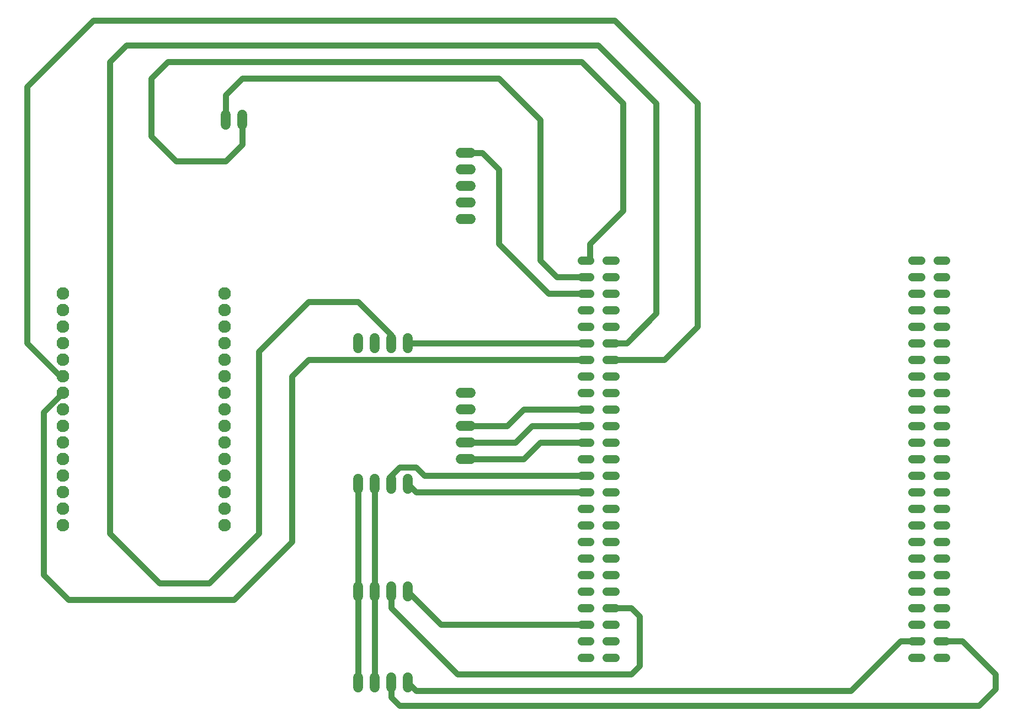
<source format=gbr>
G04 EAGLE Gerber RS-274X export*
G75*
%MOMM*%
%FSLAX34Y34*%
%LPD*%
%INTop Copper*%
%IPPOS*%
%AMOC8*
5,1,8,0,0,1.08239X$1,22.5*%
G01*
%ADD10C,1.308000*%
%ADD11C,1.524000*%
%ADD12C,1.930400*%
%ADD13C,0.889000*%


D10*
X901700Y88900D02*
X888620Y88900D01*
X927100Y88900D02*
X940180Y88900D01*
X901700Y114300D02*
X888620Y114300D01*
X927100Y114300D02*
X940180Y114300D01*
X901700Y139700D02*
X888620Y139700D01*
X927100Y139700D02*
X940180Y139700D01*
X901700Y165100D02*
X888620Y165100D01*
X927100Y165100D02*
X940180Y165100D01*
X901700Y190500D02*
X888620Y190500D01*
X927100Y190500D02*
X940180Y190500D01*
X901700Y215900D02*
X888620Y215900D01*
X927100Y215900D02*
X940180Y215900D01*
X901700Y241300D02*
X888620Y241300D01*
X927100Y241300D02*
X940180Y241300D01*
X901700Y266700D02*
X888620Y266700D01*
X927100Y266700D02*
X940180Y266700D01*
X901700Y292100D02*
X888620Y292100D01*
X927100Y292100D02*
X940180Y292100D01*
X901700Y317500D02*
X888620Y317500D01*
X927100Y317500D02*
X940180Y317500D01*
X901700Y342900D02*
X888620Y342900D01*
X927100Y342900D02*
X940180Y342900D01*
X901700Y368300D02*
X888620Y368300D01*
X927100Y368300D02*
X940180Y368300D01*
X901700Y393700D02*
X888620Y393700D01*
X927100Y393700D02*
X940180Y393700D01*
X901700Y419100D02*
X888620Y419100D01*
X927100Y419100D02*
X940180Y419100D01*
X901700Y444500D02*
X888620Y444500D01*
X927100Y444500D02*
X940180Y444500D01*
X901700Y469900D02*
X888620Y469900D01*
X927100Y469900D02*
X940180Y469900D01*
X901700Y495300D02*
X888620Y495300D01*
X927100Y495300D02*
X940180Y495300D01*
X901700Y520700D02*
X888620Y520700D01*
X927100Y520700D02*
X940180Y520700D01*
X901700Y546100D02*
X888620Y546100D01*
X927100Y546100D02*
X940180Y546100D01*
X901700Y571500D02*
X888620Y571500D01*
X927100Y571500D02*
X940180Y571500D01*
X901700Y596900D02*
X888620Y596900D01*
X927100Y596900D02*
X940180Y596900D01*
X901700Y622300D02*
X888620Y622300D01*
X927100Y622300D02*
X940180Y622300D01*
X901700Y647700D02*
X888620Y647700D01*
X927100Y647700D02*
X940180Y647700D01*
X901700Y673100D02*
X888620Y673100D01*
X927100Y673100D02*
X940180Y673100D01*
X901700Y698500D02*
X888620Y698500D01*
X927100Y698500D02*
X940180Y698500D01*
X1434500Y88900D02*
X1447580Y88900D01*
X1409100Y88900D02*
X1396020Y88900D01*
X1434500Y114300D02*
X1447580Y114300D01*
X1409100Y114300D02*
X1396020Y114300D01*
X1434500Y139700D02*
X1447580Y139700D01*
X1409100Y139700D02*
X1396020Y139700D01*
X1434500Y165100D02*
X1447580Y165100D01*
X1409100Y165100D02*
X1396020Y165100D01*
X1434500Y190500D02*
X1447580Y190500D01*
X1409100Y190500D02*
X1396020Y190500D01*
X1434500Y215900D02*
X1447580Y215900D01*
X1409100Y215900D02*
X1396020Y215900D01*
X1434500Y241300D02*
X1447580Y241300D01*
X1409100Y241300D02*
X1396020Y241300D01*
X1434500Y266700D02*
X1447580Y266700D01*
X1409100Y266700D02*
X1396020Y266700D01*
X1434500Y292100D02*
X1447580Y292100D01*
X1409100Y292100D02*
X1396020Y292100D01*
X1434500Y317500D02*
X1447580Y317500D01*
X1409100Y317500D02*
X1396020Y317500D01*
X1434500Y342900D02*
X1447580Y342900D01*
X1409100Y342900D02*
X1396020Y342900D01*
X1434500Y368300D02*
X1447580Y368300D01*
X1409100Y368300D02*
X1396020Y368300D01*
X1434500Y393700D02*
X1447580Y393700D01*
X1409100Y393700D02*
X1396020Y393700D01*
X1434500Y419100D02*
X1447580Y419100D01*
X1409100Y419100D02*
X1396020Y419100D01*
X1434500Y444500D02*
X1447580Y444500D01*
X1409100Y444500D02*
X1396020Y444500D01*
X1434500Y469900D02*
X1447580Y469900D01*
X1409100Y469900D02*
X1396020Y469900D01*
X1434500Y495300D02*
X1447580Y495300D01*
X1409100Y495300D02*
X1396020Y495300D01*
X1434500Y520700D02*
X1447580Y520700D01*
X1409100Y520700D02*
X1396020Y520700D01*
X1434500Y546100D02*
X1447580Y546100D01*
X1409100Y546100D02*
X1396020Y546100D01*
X1434500Y571500D02*
X1447580Y571500D01*
X1409100Y571500D02*
X1396020Y571500D01*
X1434500Y596900D02*
X1447580Y596900D01*
X1409100Y596900D02*
X1396020Y596900D01*
X1434500Y622300D02*
X1447580Y622300D01*
X1409100Y622300D02*
X1396020Y622300D01*
X1434500Y647700D02*
X1447580Y647700D01*
X1409100Y647700D02*
X1396020Y647700D01*
X1434500Y673100D02*
X1447580Y673100D01*
X1409100Y673100D02*
X1396020Y673100D01*
X1434500Y698500D02*
X1447580Y698500D01*
X1409100Y698500D02*
X1396020Y698500D01*
D11*
X546100Y579120D02*
X546100Y563880D01*
X571500Y563880D02*
X571500Y579120D01*
X596900Y579120D02*
X596900Y563880D01*
X622300Y563880D02*
X622300Y579120D01*
X546100Y363220D02*
X546100Y347980D01*
X571500Y347980D02*
X571500Y363220D01*
X596900Y363220D02*
X596900Y347980D01*
X622300Y347980D02*
X622300Y363220D01*
X546100Y198120D02*
X546100Y182880D01*
X571500Y182880D02*
X571500Y198120D01*
X596900Y198120D02*
X596900Y182880D01*
X622300Y182880D02*
X622300Y198120D01*
X546100Y58420D02*
X546100Y43180D01*
X571500Y43180D02*
X571500Y58420D01*
X596900Y58420D02*
X596900Y43180D01*
X622300Y43180D02*
X622300Y58420D01*
X703580Y762000D02*
X718820Y762000D01*
X718820Y787400D02*
X703580Y787400D01*
X703580Y812800D02*
X718820Y812800D01*
X718820Y838200D02*
X703580Y838200D01*
X703580Y863600D02*
X718820Y863600D01*
X718820Y495300D02*
X703580Y495300D01*
X703580Y469900D02*
X718820Y469900D01*
X718820Y444500D02*
X703580Y444500D01*
X703580Y419100D02*
X718820Y419100D01*
X718820Y393700D02*
X703580Y393700D01*
X342900Y906780D02*
X342900Y922020D01*
X368300Y922020D02*
X368300Y906780D01*
D12*
X93200Y647800D03*
X93200Y622400D03*
X93200Y597000D03*
X93200Y571600D03*
X93200Y546200D03*
X93200Y520800D03*
X93200Y495400D03*
X93200Y470000D03*
X93200Y444600D03*
X93200Y419200D03*
X93200Y393800D03*
X93200Y368400D03*
X93200Y343000D03*
X93200Y317600D03*
X93200Y292200D03*
X340900Y647800D03*
X340900Y622400D03*
X340900Y597000D03*
X340900Y571600D03*
X340900Y546200D03*
X340900Y520800D03*
X340900Y495400D03*
X340900Y470000D03*
X340900Y444600D03*
X340900Y419200D03*
X340900Y393800D03*
X340900Y368400D03*
X340900Y343000D03*
X340900Y317600D03*
X340900Y292200D03*
D13*
X850900Y673100D02*
X901700Y673100D01*
X850900Y673100D02*
X825500Y698500D01*
X762000Y977900D02*
X368300Y977900D01*
X342900Y952500D01*
X342900Y914400D01*
X825500Y914400D02*
X825500Y698500D01*
X825500Y914400D02*
X762000Y977900D01*
X901700Y723900D02*
X901700Y698500D01*
X901700Y723900D02*
X952500Y774700D01*
X952500Y939800D01*
X889000Y1003300D02*
X254000Y1003300D01*
X889000Y1003300D02*
X952500Y939800D01*
X254000Y1003300D02*
X228600Y977900D01*
X228600Y889000D01*
X266700Y850900D01*
X342900Y850900D01*
X368300Y876300D01*
X368300Y914400D01*
X838200Y647700D02*
X901700Y647700D01*
X762000Y723900D02*
X762000Y838200D01*
X736600Y863600D01*
X711200Y863600D01*
X762000Y723900D02*
X838200Y647700D01*
X825500Y419100D02*
X800100Y393700D01*
X711200Y393700D01*
X825500Y419100D02*
X901700Y419100D01*
X901700Y444500D02*
X812800Y444500D01*
X787400Y419100D01*
X711200Y419100D01*
X800100Y469900D02*
X901700Y469900D01*
X800100Y469900D02*
X774700Y444500D01*
X711200Y444500D01*
X927100Y546100D02*
X1016000Y546100D01*
X1066800Y596900D01*
X1066800Y939800D01*
X939800Y1066800D02*
X139700Y1066800D01*
X38100Y965200D01*
X38100Y571500D01*
X88800Y520800D01*
X93200Y520800D01*
X939800Y1066800D02*
X1066800Y939800D01*
X901700Y546100D02*
X469900Y546100D01*
X444500Y520700D01*
X444500Y266700D01*
X355600Y177800D01*
X101600Y177800D01*
X63500Y215900D01*
X63500Y465700D01*
X93200Y495400D01*
X546100Y190500D02*
X546100Y50800D01*
X546100Y190500D02*
X546100Y355600D01*
X571500Y190500D02*
X571500Y50800D01*
X571500Y190500D02*
X571500Y355600D01*
X622300Y571500D02*
X901700Y571500D01*
X927100Y571500D02*
X957870Y571500D01*
X1003300Y616930D01*
X1003300Y939800D01*
X914400Y1028700D01*
X190500Y1028700D02*
X165100Y1003300D01*
X165100Y279400D01*
X241300Y203200D01*
X317500Y203200D01*
X393700Y279400D01*
X393700Y558800D01*
X469900Y635000D01*
X546100Y635000D01*
X596900Y584200D01*
X596900Y571500D01*
X914400Y1028700D02*
X190500Y1028700D01*
X647700Y368300D02*
X901700Y368300D01*
X647700Y368300D02*
X635000Y381000D01*
X609600Y381000D01*
X596900Y368300D01*
X596900Y355600D01*
X622300Y355600D02*
X635000Y342900D01*
X901700Y342900D01*
X927100Y165100D02*
X965200Y165100D01*
X977900Y152400D01*
X977900Y76200D01*
X965200Y63500D01*
X698500Y63500D01*
X596900Y165100D01*
X596900Y190500D01*
X673100Y139700D02*
X901700Y139700D01*
X673100Y139700D02*
X622300Y190500D01*
X1434500Y114300D02*
X1473200Y114300D01*
X1524000Y63500D01*
X1524000Y40005D01*
X1498600Y14605D01*
X609600Y14605D01*
X596900Y27305D01*
X596900Y50800D01*
X1378330Y114300D02*
X1409100Y114300D01*
X1378330Y114300D02*
X1302130Y38100D01*
X635000Y38100D02*
X622300Y50800D01*
X635000Y38100D02*
X1302130Y38100D01*
M02*

</source>
